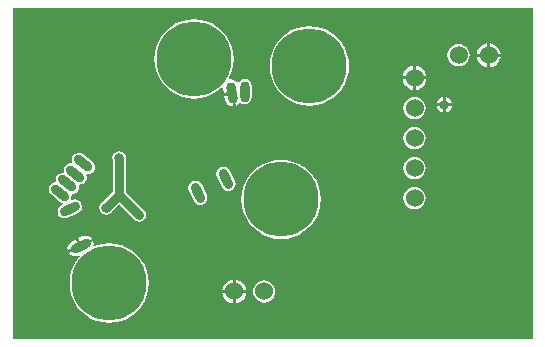
<source format=gbl>
G04*
G04 #@! TF.GenerationSoftware,Altium Limited,Altium Designer,19.0.15 (446)*
G04*
G04 Layer_Physical_Order=2*
G04 Layer_Color=16711680*
%FSLAX25Y25*%
%MOIN*%
G70*
G01*
G75*
%ADD22C,0.03000*%
%ADD24C,0.25000*%
G04:AMPARAMS|DCode=25|XSize=31.5mil|YSize=70.87mil|CornerRadius=0mil|HoleSize=0mil|Usage=FLASHONLY|Rotation=52.000|XOffset=0mil|YOffset=0mil|HoleType=Round|Shape=Round|*
%AMOVALD25*
21,1,0.03937,0.03150,0.00000,0.00000,142.0*
1,1,0.03150,0.01551,-0.01212*
1,1,0.03150,-0.01551,0.01212*
%
%ADD25OVALD25*%

G04:AMPARAMS|DCode=26|XSize=31.5mil|YSize=70.87mil|CornerRadius=0mil|HoleSize=0mil|Usage=FLASHONLY|Rotation=116.000|XOffset=0mil|YOffset=0mil|HoleType=Round|Shape=Round|*
%AMOVALD26*
21,1,0.03937,0.03150,0.00000,0.00000,206.0*
1,1,0.03150,0.01769,0.00863*
1,1,0.03150,-0.01769,-0.00863*
%
%ADD26OVALD26*%

%ADD27O,0.03150X0.07087*%
G04:AMPARAMS|DCode=28|XSize=31.5mil|YSize=70.87mil|CornerRadius=0mil|HoleSize=0mil|Usage=FLASHONLY|Rotation=10.000|XOffset=0mil|YOffset=0mil|HoleType=Round|Shape=Round|*
%AMOVALD28*
21,1,0.03937,0.03150,0.00000,0.00000,100.0*
1,1,0.03150,0.00342,-0.01939*
1,1,0.03150,-0.00342,0.01939*
%
%ADD28OVALD28*%

G04:AMPARAMS|DCode=29|XSize=31.5mil|YSize=70.87mil|CornerRadius=0mil|HoleSize=0mil|Usage=FLASHONLY|Rotation=206.000|XOffset=0mil|YOffset=0mil|HoleType=Round|Shape=Round|*
%AMOVALD29*
21,1,0.03937,0.03150,0.00000,0.00000,296.0*
1,1,0.03150,-0.00863,0.01769*
1,1,0.03150,0.00863,-0.01769*
%
%ADD29OVALD29*%

%ADD30C,0.06000*%
%ADD31C,0.03150*%
G36*
X78740Y-62992D02*
X-94488D01*
X-94488Y47244D01*
X78740D01*
X78740Y-62992D01*
D02*
G37*
%LPC*%
G36*
X64555Y35465D02*
Y31996D01*
X68024D01*
X67952Y32540D01*
X67549Y33513D01*
X66908Y34349D01*
X66072Y34990D01*
X65099Y35393D01*
X64555Y35465D01*
D02*
G37*
G36*
X63555D02*
X63011Y35393D01*
X62038Y34990D01*
X61202Y34349D01*
X60561Y33513D01*
X60158Y32540D01*
X60086Y31996D01*
X63555D01*
Y35465D01*
D02*
G37*
G36*
X54055Y35228D02*
X53089Y35101D01*
X52189Y34728D01*
X51416Y34135D01*
X50823Y33362D01*
X50450Y32462D01*
X50323Y31496D01*
X50450Y30530D01*
X50823Y29630D01*
X51416Y28857D01*
X52189Y28264D01*
X53089Y27891D01*
X54055Y27764D01*
X55021Y27891D01*
X55921Y28264D01*
X56694Y28857D01*
X57287Y29630D01*
X57660Y30530D01*
X57787Y31496D01*
X57660Y32462D01*
X57287Y33362D01*
X56694Y34135D01*
X55921Y34728D01*
X55021Y35101D01*
X54055Y35228D01*
D02*
G37*
G36*
X68024Y30996D02*
X64555D01*
Y27527D01*
X65099Y27599D01*
X66072Y28002D01*
X66908Y28643D01*
X67549Y29479D01*
X67952Y30452D01*
X68024Y30996D01*
D02*
G37*
G36*
X63555D02*
X60086D01*
X60158Y30452D01*
X60561Y29479D01*
X61202Y28643D01*
X62038Y28002D01*
X63011Y27599D01*
X63555Y27527D01*
Y30996D01*
D02*
G37*
G36*
X39870Y27906D02*
Y24437D01*
X43339D01*
X43267Y24981D01*
X42864Y25954D01*
X42223Y26790D01*
X41387Y27431D01*
X40414Y27834D01*
X39870Y27906D01*
D02*
G37*
G36*
X38870D02*
X38326Y27834D01*
X37353Y27431D01*
X36517Y26790D01*
X35876Y25954D01*
X35473Y24981D01*
X35401Y24437D01*
X38870D01*
Y27906D01*
D02*
G37*
G36*
X43339Y23437D02*
X39870D01*
Y19968D01*
X40414Y20040D01*
X41387Y20443D01*
X42223Y21084D01*
X42864Y21920D01*
X43267Y22893D01*
X43339Y23437D01*
D02*
G37*
G36*
X38870D02*
X35401D01*
X35473Y22893D01*
X35876Y21920D01*
X36517Y21084D01*
X37353Y20443D01*
X38326Y20040D01*
X38870Y19968D01*
Y23437D01*
D02*
G37*
G36*
X49713Y17492D02*
Y15461D01*
X51744D01*
X51721Y15633D01*
X51462Y16259D01*
X51049Y16797D01*
X50511Y17210D01*
X49885Y17469D01*
X49713Y17492D01*
D02*
G37*
G36*
X48713D02*
X48540Y17469D01*
X47914Y17210D01*
X47376Y16797D01*
X46964Y16259D01*
X46704Y15633D01*
X46681Y15461D01*
X48713D01*
Y17492D01*
D02*
G37*
G36*
X-34138Y43556D02*
X-36209Y43393D01*
X-38229Y42908D01*
X-40149Y42113D01*
X-41921Y41027D01*
X-43501Y39678D01*
X-44850Y38098D01*
X-45935Y36326D01*
X-46731Y34407D01*
X-47216Y32386D01*
X-47379Y30315D01*
X-47216Y28244D01*
X-46731Y26223D01*
X-45935Y24304D01*
X-44850Y22532D01*
X-43501Y20952D01*
X-41921Y19603D01*
X-40149Y18517D01*
X-38229Y17722D01*
X-36209Y17237D01*
X-34138Y17074D01*
X-32067Y17237D01*
X-30046Y17722D01*
X-28127Y18517D01*
X-26355Y19603D01*
X-24977Y20780D01*
X-24467Y20558D01*
X-24463Y20466D01*
X-24208Y19020D01*
X-21650Y19470D01*
X-21563Y18978D01*
X-21071Y19065D01*
X-20290Y14634D01*
X-20124Y14686D01*
X-19552Y15050D01*
X-19191Y15444D01*
X-19089Y15550D01*
X-18527Y15556D01*
X-18112Y15278D01*
X-17224Y15102D01*
X-16337Y15278D01*
X-15584Y15781D01*
X-15082Y16534D01*
X-14905Y17421D01*
Y21358D01*
X-15082Y22246D01*
X-15584Y22998D01*
X-16337Y23501D01*
X-17224Y23678D01*
X-18112Y23501D01*
X-18864Y22998D01*
X-19234Y22446D01*
X-19797Y22413D01*
X-19808Y22417D01*
X-19916Y22586D01*
X-20416Y23044D01*
X-21017Y23357D01*
X-21679Y23504D01*
X-22259Y23479D01*
X-22608Y23866D01*
X-22340Y24304D01*
X-21545Y26223D01*
X-21060Y28244D01*
X-20897Y30315D01*
X-21060Y32386D01*
X-21545Y34407D01*
X-22340Y36326D01*
X-23426Y38098D01*
X-24775Y39678D01*
X-26355Y41027D01*
X-28127Y42113D01*
X-30046Y42908D01*
X-32067Y43393D01*
X-34138Y43556D01*
D02*
G37*
G36*
X4331Y41194D02*
X2259Y41031D01*
X239Y40545D01*
X-1681Y39750D01*
X-3452Y38665D01*
X-5032Y37315D01*
X-6381Y35735D01*
X-7467Y33964D01*
X-8262Y32044D01*
X-8747Y30024D01*
X-8910Y27953D01*
X-8747Y25881D01*
X-8262Y23861D01*
X-7467Y21942D01*
X-6381Y20170D01*
X-5032Y18590D01*
X-3452Y17241D01*
X-1681Y16155D01*
X239Y15360D01*
X2259Y14875D01*
X4331Y14712D01*
X6402Y14875D01*
X8422Y15360D01*
X10342Y16155D01*
X12113Y17241D01*
X13693Y18590D01*
X15043Y20170D01*
X16128Y21942D01*
X16924Y23861D01*
X17409Y25881D01*
X17571Y27953D01*
X17409Y30024D01*
X16924Y32044D01*
X16128Y33964D01*
X15043Y35735D01*
X13693Y37315D01*
X12113Y38665D01*
X10342Y39750D01*
X8422Y40545D01*
X6402Y41031D01*
X4331Y41194D01*
D02*
G37*
G36*
X-21969Y18399D02*
X-24034Y18035D01*
X-23779Y16589D01*
X-23575Y15942D01*
X-23211Y15370D01*
X-22711Y14912D01*
X-22110Y14599D01*
X-21448Y14452D01*
X-21274Y14460D01*
X-21969Y18399D01*
D02*
G37*
G36*
X51744Y14461D02*
X49713D01*
Y12429D01*
X49885Y12452D01*
X50511Y12711D01*
X51049Y13124D01*
X51462Y13662D01*
X51721Y14288D01*
X51744Y14461D01*
D02*
G37*
G36*
X48713D02*
X46681D01*
X46704Y14288D01*
X46964Y13662D01*
X47376Y13124D01*
X47914Y12711D01*
X48540Y12452D01*
X48713Y12429D01*
Y14461D01*
D02*
G37*
G36*
X39370Y17669D02*
X38404Y17542D01*
X37504Y17169D01*
X36731Y16576D01*
X36138Y15803D01*
X35765Y14903D01*
X35638Y13937D01*
X35765Y12971D01*
X36138Y12071D01*
X36731Y11298D01*
X37504Y10705D01*
X38404Y10332D01*
X39370Y10205D01*
X40336Y10332D01*
X41236Y10705D01*
X42009Y11298D01*
X42602Y12071D01*
X42975Y12971D01*
X43102Y13937D01*
X42975Y14903D01*
X42602Y15803D01*
X42009Y16576D01*
X41236Y17169D01*
X40336Y17542D01*
X39370Y17669D01*
D02*
G37*
G36*
Y7669D02*
X38404Y7542D01*
X37504Y7169D01*
X36731Y6576D01*
X36138Y5803D01*
X35765Y4903D01*
X35638Y3937D01*
X35765Y2971D01*
X36138Y2071D01*
X36731Y1298D01*
X37504Y705D01*
X38404Y332D01*
X39370Y205D01*
X40336Y332D01*
X41236Y705D01*
X42009Y1298D01*
X42602Y2071D01*
X42975Y2971D01*
X43102Y3937D01*
X42975Y4903D01*
X42602Y5803D01*
X42009Y6576D01*
X41236Y7169D01*
X40336Y7542D01*
X39370Y7669D01*
D02*
G37*
G36*
X-72843Y-1019D02*
X-73703Y-1302D01*
X-74388Y-1893D01*
X-74796Y-2701D01*
X-74863Y-3603D01*
X-74704Y-4084D01*
X-75075Y-4558D01*
X-75599Y-4519D01*
X-76459Y-4802D01*
X-77144Y-5393D01*
X-77552Y-6201D01*
X-77619Y-7103D01*
X-77555Y-7296D01*
X-77863Y-7690D01*
X-78158Y-7668D01*
X-79018Y-7952D01*
X-79703Y-8542D01*
X-80111Y-9351D01*
X-80178Y-10253D01*
X-80129Y-10402D01*
X-80436Y-10796D01*
X-80619Y-10783D01*
X-81478Y-11066D01*
X-82164Y-11657D01*
X-82571Y-12465D01*
X-82638Y-13367D01*
X-82355Y-14227D01*
X-81764Y-14912D01*
X-78662Y-17336D01*
X-77910Y-17715D01*
X-77787Y-18212D01*
X-78355Y-18489D01*
X-79076Y-19037D01*
X-79532Y-19818D01*
X-79654Y-20715D01*
X-79423Y-21590D01*
X-78876Y-22311D01*
X-78094Y-22767D01*
X-77197Y-22889D01*
X-76322Y-22658D01*
X-72783Y-20932D01*
X-72063Y-20385D01*
X-71607Y-19603D01*
X-71485Y-18706D01*
X-71715Y-17831D01*
X-72263Y-17111D01*
X-73045Y-16655D01*
X-73942Y-16533D01*
X-74750Y-16746D01*
X-74920Y-16618D01*
X-75111Y-16350D01*
X-74999Y-16128D01*
X-74932Y-15226D01*
X-74981Y-15077D01*
X-74673Y-14683D01*
X-74491Y-14696D01*
X-73631Y-14413D01*
X-72945Y-13822D01*
X-72538Y-13014D01*
X-72471Y-12112D01*
X-72535Y-11919D01*
X-72227Y-11525D01*
X-71931Y-11547D01*
X-71072Y-11263D01*
X-70386Y-10673D01*
X-69979Y-9864D01*
X-69912Y-8962D01*
X-70070Y-8482D01*
X-69700Y-8008D01*
X-69176Y-8047D01*
X-68316Y-7763D01*
X-67631Y-7173D01*
X-67223Y-6364D01*
X-67156Y-5462D01*
X-67440Y-4603D01*
X-68030Y-3917D01*
X-71133Y-1493D01*
X-71941Y-1086D01*
X-72843Y-1019D01*
D02*
G37*
G36*
X39370Y-2331D02*
X38404Y-2458D01*
X37504Y-2831D01*
X36731Y-3424D01*
X36138Y-4197D01*
X35765Y-5097D01*
X35638Y-6063D01*
X35765Y-7029D01*
X36138Y-7929D01*
X36731Y-8702D01*
X37504Y-9295D01*
X38404Y-9668D01*
X39370Y-9795D01*
X40336Y-9668D01*
X41236Y-9295D01*
X42009Y-8702D01*
X42602Y-7929D01*
X42975Y-7029D01*
X43102Y-6063D01*
X42975Y-5097D01*
X42602Y-4197D01*
X42009Y-3424D01*
X41236Y-2831D01*
X40336Y-2458D01*
X39370Y-2331D01*
D02*
G37*
G36*
X-24502Y-5639D02*
X-25378Y-5869D01*
X-26098Y-6417D01*
X-26554Y-7199D01*
X-26676Y-8095D01*
X-26446Y-8970D01*
X-24720Y-12509D01*
X-24172Y-13229D01*
X-23390Y-13685D01*
X-22493Y-13807D01*
X-21618Y-13577D01*
X-20898Y-13029D01*
X-20442Y-12247D01*
X-20320Y-11351D01*
X-20550Y-10475D01*
X-22276Y-6937D01*
X-22824Y-6217D01*
X-23606Y-5761D01*
X-24502Y-5639D01*
D02*
G37*
G36*
X-33849Y-10265D02*
X-34724Y-10495D01*
X-35445Y-11043D01*
X-35900Y-11825D01*
X-36022Y-12721D01*
X-35792Y-13596D01*
X-34066Y-17135D01*
X-33518Y-17855D01*
X-32737Y-18311D01*
X-31840Y-18433D01*
X-30965Y-18203D01*
X-30244Y-17655D01*
X-29789Y-16873D01*
X-29667Y-15977D01*
X-29897Y-15101D01*
X-31623Y-11563D01*
X-32171Y-10843D01*
X-32952Y-10387D01*
X-33849Y-10265D01*
D02*
G37*
G36*
X39370Y-12331D02*
X38404Y-12458D01*
X37504Y-12831D01*
X36731Y-13424D01*
X36138Y-14197D01*
X35765Y-15097D01*
X35638Y-16063D01*
X35765Y-17029D01*
X36138Y-17929D01*
X36731Y-18702D01*
X37504Y-19295D01*
X38404Y-19668D01*
X39370Y-19795D01*
X40336Y-19668D01*
X41236Y-19295D01*
X42009Y-18702D01*
X42602Y-17929D01*
X42975Y-17029D01*
X43102Y-16063D01*
X42975Y-15097D01*
X42602Y-14197D01*
X42009Y-13424D01*
X41236Y-12831D01*
X40336Y-12458D01*
X39370Y-12331D01*
D02*
G37*
G36*
X-59055Y-436D02*
X-59943Y-613D01*
X-60695Y-1116D01*
X-61198Y-1868D01*
X-61374Y-2756D01*
X-61298Y-3139D01*
Y-14031D01*
X-64701Y-17434D01*
X-65026Y-17651D01*
X-65529Y-18404D01*
X-65705Y-19291D01*
X-65529Y-20179D01*
X-65026Y-20931D01*
X-64273Y-21434D01*
X-63386Y-21611D01*
X-62498Y-21434D01*
X-61746Y-20931D01*
X-61529Y-20606D01*
X-59055Y-18133D01*
X-54219Y-22968D01*
X-54002Y-23294D01*
X-53250Y-23796D01*
X-52362Y-23973D01*
X-51475Y-23796D01*
X-50722Y-23294D01*
X-50219Y-22541D01*
X-50043Y-21654D01*
X-50219Y-20766D01*
X-50722Y-20013D01*
X-51047Y-19796D01*
X-56812Y-14031D01*
Y-3139D01*
X-56736Y-2756D01*
X-56912Y-1868D01*
X-57415Y-1116D01*
X-58167Y-613D01*
X-59055Y-436D01*
D02*
G37*
G36*
X-5118Y-3295D02*
X-7189Y-3458D01*
X-9210Y-3943D01*
X-11129Y-4738D01*
X-12901Y-5823D01*
X-14481Y-7173D01*
X-15830Y-8753D01*
X-16916Y-10524D01*
X-17711Y-12444D01*
X-18196Y-14464D01*
X-18359Y-16535D01*
X-18196Y-18607D01*
X-17711Y-20627D01*
X-16916Y-22547D01*
X-15830Y-24318D01*
X-14481Y-25898D01*
X-12901Y-27248D01*
X-11129Y-28333D01*
X-9210Y-29128D01*
X-7189Y-29613D01*
X-5118Y-29776D01*
X-3047Y-29613D01*
X-1027Y-29128D01*
X893Y-28333D01*
X2665Y-27248D01*
X4245Y-25898D01*
X5594Y-24318D01*
X6680Y-22547D01*
X7475Y-20627D01*
X7960Y-18607D01*
X8123Y-16535D01*
X7960Y-14464D01*
X7475Y-12444D01*
X6680Y-10524D01*
X5594Y-8753D01*
X4245Y-7173D01*
X2665Y-5823D01*
X893Y-4738D01*
X-1027Y-3943D01*
X-3047Y-3458D01*
X-5118Y-3295D01*
D02*
G37*
G36*
X-70028Y-28588D02*
X-70705Y-28629D01*
X-71348Y-28844D01*
X-72668Y-29488D01*
X-71749Y-31373D01*
X-68154Y-29619D01*
X-68250Y-29475D01*
X-68757Y-29025D01*
X-69364Y-28723D01*
X-70028Y-28588D01*
D02*
G37*
G36*
X-73567Y-29926D02*
X-74887Y-30570D01*
X-75452Y-30944D01*
X-75901Y-31452D01*
X-76204Y-32059D01*
X-76339Y-32723D01*
X-76297Y-33400D01*
X-76242Y-33564D01*
X-72648Y-31811D01*
X-73567Y-29926D01*
D02*
G37*
G36*
X-20248Y-43275D02*
Y-46744D01*
X-16779D01*
X-16851Y-46200D01*
X-17254Y-45227D01*
X-17895Y-44391D01*
X-18731Y-43750D01*
X-19704Y-43347D01*
X-20248Y-43275D01*
D02*
G37*
G36*
X-21248D02*
X-21792Y-43347D01*
X-22765Y-43750D01*
X-23601Y-44391D01*
X-24242Y-45227D01*
X-24645Y-46200D01*
X-24717Y-46744D01*
X-21248D01*
Y-43275D01*
D02*
G37*
G36*
X-10748Y-43512D02*
X-11714Y-43639D01*
X-12614Y-44012D01*
X-13387Y-44605D01*
X-13980Y-45378D01*
X-14353Y-46278D01*
X-14480Y-47244D01*
X-14353Y-48210D01*
X-13980Y-49110D01*
X-13387Y-49883D01*
X-12614Y-50476D01*
X-11714Y-50849D01*
X-10748Y-50976D01*
X-9782Y-50849D01*
X-8882Y-50476D01*
X-8109Y-49883D01*
X-7516Y-49110D01*
X-7143Y-48210D01*
X-7016Y-47244D01*
X-7143Y-46278D01*
X-7516Y-45378D01*
X-8109Y-44605D01*
X-8882Y-44012D01*
X-9782Y-43639D01*
X-10748Y-43512D01*
D02*
G37*
G36*
X-16779Y-47744D02*
X-20248D01*
Y-51213D01*
X-19704Y-51141D01*
X-18731Y-50738D01*
X-17895Y-50097D01*
X-17254Y-49261D01*
X-16851Y-48288D01*
X-16779Y-47744D01*
D02*
G37*
G36*
X-21248D02*
X-24717D01*
X-24645Y-48288D01*
X-24242Y-49261D01*
X-23601Y-50097D01*
X-22765Y-50738D01*
X-21792Y-51141D01*
X-21248Y-51213D01*
Y-47744D01*
D02*
G37*
G36*
X-67715Y-30518D02*
X-71760Y-32491D01*
X-75804Y-34463D01*
X-75708Y-34608D01*
X-75200Y-35057D01*
X-74594Y-35360D01*
X-73929Y-35495D01*
X-73253Y-35454D01*
X-72610Y-35239D01*
X-72453Y-35162D01*
X-72140Y-35566D01*
X-73114Y-36705D01*
X-74199Y-38477D01*
X-74994Y-40397D01*
X-75479Y-42417D01*
X-75642Y-44488D01*
X-75479Y-46560D01*
X-74994Y-48580D01*
X-74199Y-50499D01*
X-73114Y-52271D01*
X-71764Y-53851D01*
X-70184Y-55200D01*
X-68413Y-56286D01*
X-66493Y-57081D01*
X-64473Y-57566D01*
X-62402Y-57729D01*
X-60330Y-57566D01*
X-58310Y-57081D01*
X-56390Y-56286D01*
X-54619Y-55200D01*
X-53039Y-53851D01*
X-51689Y-52271D01*
X-50604Y-50499D01*
X-49809Y-48580D01*
X-49324Y-46560D01*
X-49161Y-44488D01*
X-49324Y-42417D01*
X-49809Y-40397D01*
X-50604Y-38477D01*
X-51689Y-36705D01*
X-53039Y-35125D01*
X-54619Y-33776D01*
X-56390Y-32691D01*
X-58310Y-31895D01*
X-60330Y-31410D01*
X-62402Y-31247D01*
X-64473Y-31410D01*
X-66493Y-31895D01*
X-67349Y-32250D01*
X-67721Y-31863D01*
X-67619Y-31360D01*
X-67660Y-30683D01*
X-67715Y-30518D01*
D02*
G37*
%LPD*%
D22*
X-59055Y-14961D02*
X-52362Y-21654D01*
X-52362D01*
X-63386Y-19291D02*
X-59055Y-14961D01*
Y-2756D01*
D24*
X-34138Y30315D02*
D03*
X4331Y27953D02*
D03*
X-62402Y-44488D02*
D03*
X-5118Y-16535D02*
D03*
D25*
X-78785Y-14297D02*
D03*
X-76324Y-11182D02*
D03*
X-73765Y-8033D02*
D03*
X-71009Y-4533D02*
D03*
D26*
X-75569Y-19711D02*
D03*
X-71979Y-32041D02*
D03*
D27*
X-17224Y19390D02*
D03*
D28*
X-21563Y18978D02*
D03*
D29*
X-23498Y-9723D02*
D03*
X-32844Y-14349D02*
D03*
D30*
X64055Y31496D02*
D03*
X54055D02*
D03*
X-20748Y-47244D02*
D03*
X-10748D02*
D03*
X39370Y13937D02*
D03*
Y-16063D02*
D03*
Y-6063D02*
D03*
Y3937D02*
D03*
Y23937D02*
D03*
D31*
X-52362Y-21654D02*
D03*
X-63386Y-19291D02*
D03*
X-59055Y-2756D02*
D03*
X49213Y14961D02*
D03*
M02*

</source>
